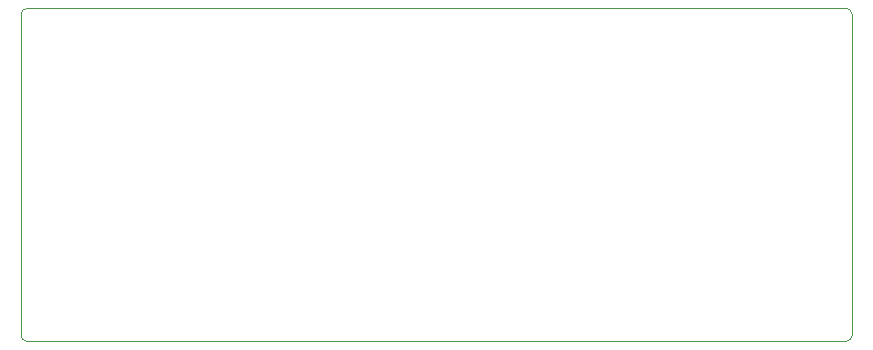
<source format=gbr>
%TF.GenerationSoftware,KiCad,Pcbnew,8.0.5*%
%TF.CreationDate,2025-05-13T06:25:59+01:00*%
%TF.ProjectId,pico1541 v0.1,7069636f-3135-4343-9120-76302e312e6b,rev?*%
%TF.SameCoordinates,Original*%
%TF.FileFunction,Profile,NP*%
%FSLAX46Y46*%
G04 Gerber Fmt 4.6, Leading zero omitted, Abs format (unit mm)*
G04 Created by KiCad (PCBNEW 8.0.5) date 2025-05-13 06:25:59*
%MOMM*%
%LPD*%
G01*
G04 APERTURE LIST*
%TA.AperFunction,Profile*%
%ADD10C,0.050000*%
%TD*%
G04 APERTURE END LIST*
D10*
X121920000Y-100330000D02*
G75*
G02*
X121412000Y-99822000I0J508000D01*
G01*
X121412000Y-72644000D02*
G75*
G02*
X121920000Y-72136000I508000J0D01*
G01*
X191262000Y-72136000D02*
G75*
G02*
X191770000Y-72644000I0J-508000D01*
G01*
X191770000Y-72644000D02*
X191770000Y-99822000D01*
X121412000Y-99822000D02*
X121412000Y-72644000D01*
X191770000Y-99822000D02*
G75*
G02*
X191262000Y-100330000I-508000J0D01*
G01*
X121920000Y-72136000D02*
X191262000Y-72136000D01*
X191262000Y-100330000D02*
X121920000Y-100330000D01*
M02*

</source>
